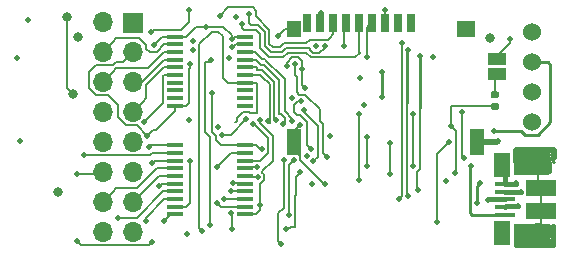
<source format=gbr>
G04 #@! TF.GenerationSoftware,KiCad,Pcbnew,5.1.5+dfsg1-2build2*
G04 #@! TF.CreationDate,2021-11-14T16:11:09+00:00*
G04 #@! TF.ProjectId,picopak,7069636f-7061-46b2-9e6b-696361645f70,rev?*
G04 #@! TF.SameCoordinates,Original*
G04 #@! TF.FileFunction,Copper,L1,Top*
G04 #@! TF.FilePolarity,Positive*
%FSLAX46Y46*%
G04 Gerber Fmt 4.6, Leading zero omitted, Abs format (unit mm)*
G04 Created by KiCad (PCBNEW 5.1.5+dfsg1-2build2) date 2021-11-14 16:11:09*
%MOMM*%
%LPD*%
G04 APERTURE LIST*
%ADD10C,0.100000*%
%ADD11R,1.500000X1.000000*%
%ADD12R,1.450000X0.450000*%
%ADD13C,1.524000*%
%ADD14R,1.200000X2.200000*%
%ADD15R,1.600000X1.400000*%
%ADD16R,1.200000X1.400000*%
%ADD17R,0.700000X1.600000*%
%ADD18R,1.700000X1.700000*%
%ADD19O,1.700000X1.700000*%
%ADD20O,1.450000X1.050000*%
%ADD21R,0.700000X1.825000*%
%ADD22R,1.460000X2.000000*%
%ADD23R,1.750000X0.400000*%
%ADD24O,1.800000X1.300000*%
%ADD25R,2.500000X1.425000*%
%ADD26C,0.500000*%
%ADD27C,0.800000*%
%ADD28C,0.400000*%
%ADD29C,0.200000*%
%ADD30C,0.500000*%
%ADD31C,0.250000*%
G04 APERTURE END LIST*
G04 #@! TA.AperFunction,SMDPad,CuDef*
D10*
G36*
X203886958Y-76520710D02*
G01*
X203901276Y-76522834D01*
X203915317Y-76526351D01*
X203928946Y-76531228D01*
X203942031Y-76537417D01*
X203954447Y-76544858D01*
X203966073Y-76553481D01*
X203976798Y-76563202D01*
X203986519Y-76573927D01*
X203995142Y-76585553D01*
X204002583Y-76597969D01*
X204008772Y-76611054D01*
X204013649Y-76624683D01*
X204017166Y-76638724D01*
X204019290Y-76653042D01*
X204020000Y-76667500D01*
X204020000Y-76962500D01*
X204019290Y-76976958D01*
X204017166Y-76991276D01*
X204013649Y-77005317D01*
X204008772Y-77018946D01*
X204002583Y-77032031D01*
X203995142Y-77044447D01*
X203986519Y-77056073D01*
X203976798Y-77066798D01*
X203966073Y-77076519D01*
X203954447Y-77085142D01*
X203942031Y-77092583D01*
X203928946Y-77098772D01*
X203915317Y-77103649D01*
X203901276Y-77107166D01*
X203886958Y-77109290D01*
X203872500Y-77110000D01*
X203527500Y-77110000D01*
X203513042Y-77109290D01*
X203498724Y-77107166D01*
X203484683Y-77103649D01*
X203471054Y-77098772D01*
X203457969Y-77092583D01*
X203445553Y-77085142D01*
X203433927Y-77076519D01*
X203423202Y-77066798D01*
X203413481Y-77056073D01*
X203404858Y-77044447D01*
X203397417Y-77032031D01*
X203391228Y-77018946D01*
X203386351Y-77005317D01*
X203382834Y-76991276D01*
X203380710Y-76976958D01*
X203380000Y-76962500D01*
X203380000Y-76667500D01*
X203380710Y-76653042D01*
X203382834Y-76638724D01*
X203386351Y-76624683D01*
X203391228Y-76611054D01*
X203397417Y-76597969D01*
X203404858Y-76585553D01*
X203413481Y-76573927D01*
X203423202Y-76563202D01*
X203433927Y-76553481D01*
X203445553Y-76544858D01*
X203457969Y-76537417D01*
X203471054Y-76531228D01*
X203484683Y-76526351D01*
X203498724Y-76522834D01*
X203513042Y-76520710D01*
X203527500Y-76520000D01*
X203872500Y-76520000D01*
X203886958Y-76520710D01*
G37*
G04 #@! TD.AperFunction*
G04 #@! TA.AperFunction,SMDPad,CuDef*
G36*
X203886958Y-77490710D02*
G01*
X203901276Y-77492834D01*
X203915317Y-77496351D01*
X203928946Y-77501228D01*
X203942031Y-77507417D01*
X203954447Y-77514858D01*
X203966073Y-77523481D01*
X203976798Y-77533202D01*
X203986519Y-77543927D01*
X203995142Y-77555553D01*
X204002583Y-77567969D01*
X204008772Y-77581054D01*
X204013649Y-77594683D01*
X204017166Y-77608724D01*
X204019290Y-77623042D01*
X204020000Y-77637500D01*
X204020000Y-77932500D01*
X204019290Y-77946958D01*
X204017166Y-77961276D01*
X204013649Y-77975317D01*
X204008772Y-77988946D01*
X204002583Y-78002031D01*
X203995142Y-78014447D01*
X203986519Y-78026073D01*
X203976798Y-78036798D01*
X203966073Y-78046519D01*
X203954447Y-78055142D01*
X203942031Y-78062583D01*
X203928946Y-78068772D01*
X203915317Y-78073649D01*
X203901276Y-78077166D01*
X203886958Y-78079290D01*
X203872500Y-78080000D01*
X203527500Y-78080000D01*
X203513042Y-78079290D01*
X203498724Y-78077166D01*
X203484683Y-78073649D01*
X203471054Y-78068772D01*
X203457969Y-78062583D01*
X203445553Y-78055142D01*
X203433927Y-78046519D01*
X203423202Y-78036798D01*
X203413481Y-78026073D01*
X203404858Y-78014447D01*
X203397417Y-78002031D01*
X203391228Y-77988946D01*
X203386351Y-77975317D01*
X203382834Y-77961276D01*
X203380710Y-77946958D01*
X203380000Y-77932500D01*
X203380000Y-77637500D01*
X203380710Y-77623042D01*
X203382834Y-77608724D01*
X203386351Y-77594683D01*
X203391228Y-77581054D01*
X203397417Y-77567969D01*
X203404858Y-77555553D01*
X203413481Y-77543927D01*
X203423202Y-77533202D01*
X203433927Y-77523481D01*
X203445553Y-77514858D01*
X203457969Y-77507417D01*
X203471054Y-77501228D01*
X203484683Y-77496351D01*
X203498724Y-77492834D01*
X203513042Y-77490710D01*
X203527500Y-77490000D01*
X203872500Y-77490000D01*
X203886958Y-77490710D01*
G37*
G04 #@! TD.AperFunction*
D11*
X203900000Y-75074999D03*
X203900000Y-73774999D03*
D12*
X182550000Y-71875000D03*
X182550000Y-72525000D03*
X182550000Y-73175000D03*
X182550000Y-73825000D03*
X182550000Y-74475000D03*
X182550000Y-75125000D03*
X182550000Y-75775000D03*
X182550000Y-76425000D03*
X182550000Y-77075000D03*
X182550000Y-77725000D03*
X176650000Y-77725000D03*
X176650000Y-77075000D03*
X176650000Y-76425000D03*
X176650000Y-75775000D03*
X176650000Y-75125000D03*
X176650000Y-74475000D03*
X176650000Y-73825000D03*
X176650000Y-73175000D03*
X176650000Y-72525000D03*
X176650000Y-71875000D03*
D13*
X206800000Y-79145000D03*
X206800000Y-76605000D03*
X206800000Y-74065000D03*
X206800000Y-71525000D03*
D14*
X202150000Y-80800000D03*
X186650000Y-80800000D03*
D15*
X201250000Y-71200000D03*
D16*
X186650000Y-71200000D03*
D17*
X187800000Y-70700000D03*
X190000000Y-70700000D03*
X188900000Y-70700000D03*
X191100000Y-70700000D03*
X192200000Y-70700000D03*
X193300000Y-70700000D03*
X196600000Y-70700000D03*
X195500000Y-70700000D03*
X194400000Y-70700000D03*
D18*
X173050000Y-70700000D03*
D19*
X170510000Y-70620000D03*
X173050000Y-73160000D03*
X170510000Y-73160000D03*
X173050000Y-75700000D03*
X170510000Y-75700000D03*
X173050000Y-78240000D03*
X170510000Y-78240000D03*
X173050000Y-80780000D03*
X170510000Y-80780000D03*
X173050000Y-83320000D03*
X170510000Y-83320000D03*
X173050000Y-85860000D03*
X170510000Y-85860000D03*
X173050000Y-88400000D03*
X170510000Y-88400000D03*
D12*
X182550000Y-81075000D03*
X182550000Y-81725000D03*
X182550000Y-82375000D03*
X182550000Y-83025000D03*
X182550000Y-83675000D03*
X182550000Y-84325000D03*
X182550000Y-84975000D03*
X182550000Y-85625000D03*
X182550000Y-86275000D03*
X182550000Y-86925000D03*
X176650000Y-86925000D03*
X176650000Y-86275000D03*
X176650000Y-85625000D03*
X176650000Y-84975000D03*
X176650000Y-84325000D03*
X176650000Y-83675000D03*
X176650000Y-83025000D03*
X176650000Y-82375000D03*
X176650000Y-81725000D03*
X176650000Y-81075000D03*
D20*
X204320000Y-83225000D03*
D21*
X205650000Y-82662500D03*
G04 #@! TA.AperFunction,SMDPad,CuDef*
D10*
G36*
X208202917Y-82276853D02*
G01*
X208240271Y-82282394D01*
X208276902Y-82291569D01*
X208312457Y-82304291D01*
X208346593Y-82320437D01*
X208378983Y-82339850D01*
X208409315Y-82362346D01*
X208437295Y-82387705D01*
X208462654Y-82415685D01*
X208485150Y-82446017D01*
X208504563Y-82478407D01*
X208520709Y-82512543D01*
X208533431Y-82548098D01*
X208542606Y-82584729D01*
X208548147Y-82622083D01*
X208550000Y-82659800D01*
X208550000Y-83190200D01*
X208548147Y-83227917D01*
X208542606Y-83265271D01*
X208533431Y-83301902D01*
X208520709Y-83337457D01*
X208504563Y-83371593D01*
X208485150Y-83403983D01*
X208462654Y-83434315D01*
X208437295Y-83462295D01*
X208409315Y-83487654D01*
X208378983Y-83510150D01*
X208346593Y-83529563D01*
X208312457Y-83545709D01*
X208276902Y-83558431D01*
X208240271Y-83567606D01*
X208202917Y-83573147D01*
X208165200Y-83575000D01*
X205684800Y-83575000D01*
X205647083Y-83573147D01*
X205609729Y-83567606D01*
X205573098Y-83558431D01*
X205537543Y-83545709D01*
X205503407Y-83529563D01*
X205471017Y-83510150D01*
X205440685Y-83487654D01*
X205412705Y-83462295D01*
X205387346Y-83434315D01*
X205364850Y-83403983D01*
X205345437Y-83371593D01*
X205329291Y-83337457D01*
X205316569Y-83301902D01*
X205307394Y-83265271D01*
X205301853Y-83227917D01*
X205300000Y-83190200D01*
X205300000Y-82659800D01*
X205301853Y-82622083D01*
X205307394Y-82584729D01*
X205316569Y-82548098D01*
X205329291Y-82512543D01*
X205345437Y-82478407D01*
X205364850Y-82446017D01*
X205387346Y-82415685D01*
X205412705Y-82387705D01*
X205440685Y-82362346D01*
X205471017Y-82339850D01*
X205503407Y-82320437D01*
X205537543Y-82304291D01*
X205573098Y-82291569D01*
X205609729Y-82282394D01*
X205647083Y-82276853D01*
X205684800Y-82275000D01*
X208165200Y-82275000D01*
X208202917Y-82276853D01*
G37*
G04 #@! TD.AperFunction*
G04 #@! TA.AperFunction,SMDPad,CuDef*
G36*
X208202917Y-87726853D02*
G01*
X208240271Y-87732394D01*
X208276902Y-87741569D01*
X208312457Y-87754291D01*
X208346593Y-87770437D01*
X208378983Y-87789850D01*
X208409315Y-87812346D01*
X208437295Y-87837705D01*
X208462654Y-87865685D01*
X208485150Y-87896017D01*
X208504563Y-87928407D01*
X208520709Y-87962543D01*
X208533431Y-87998098D01*
X208542606Y-88034729D01*
X208548147Y-88072083D01*
X208550000Y-88109800D01*
X208550000Y-88640200D01*
X208548147Y-88677917D01*
X208542606Y-88715271D01*
X208533431Y-88751902D01*
X208520709Y-88787457D01*
X208504563Y-88821593D01*
X208485150Y-88853983D01*
X208462654Y-88884315D01*
X208437295Y-88912295D01*
X208409315Y-88937654D01*
X208378983Y-88960150D01*
X208346593Y-88979563D01*
X208312457Y-88995709D01*
X208276902Y-89008431D01*
X208240271Y-89017606D01*
X208202917Y-89023147D01*
X208165200Y-89025000D01*
X205684800Y-89025000D01*
X205647083Y-89023147D01*
X205609729Y-89017606D01*
X205573098Y-89008431D01*
X205537543Y-88995709D01*
X205503407Y-88979563D01*
X205471017Y-88960150D01*
X205440685Y-88937654D01*
X205412705Y-88912295D01*
X205387346Y-88884315D01*
X205364850Y-88853983D01*
X205345437Y-88821593D01*
X205329291Y-88787457D01*
X205316569Y-88751902D01*
X205307394Y-88715271D01*
X205301853Y-88677917D01*
X205300000Y-88640200D01*
X205300000Y-88109800D01*
X205301853Y-88072083D01*
X205307394Y-88034729D01*
X205316569Y-87998098D01*
X205329291Y-87962543D01*
X205345437Y-87928407D01*
X205364850Y-87896017D01*
X205387346Y-87865685D01*
X205412705Y-87837705D01*
X205440685Y-87812346D01*
X205471017Y-87789850D01*
X205503407Y-87770437D01*
X205537543Y-87754291D01*
X205573098Y-87741569D01*
X205609729Y-87732394D01*
X205647083Y-87726853D01*
X205684800Y-87725000D01*
X208165200Y-87725000D01*
X208202917Y-87726853D01*
G37*
G04 #@! TD.AperFunction*
D21*
X205650000Y-88637500D03*
D22*
X204320000Y-88550000D03*
X204320000Y-82750000D03*
D23*
X204525000Y-86950000D03*
X204525000Y-86300000D03*
X204525000Y-85650000D03*
X204525000Y-85000000D03*
X204525000Y-84350000D03*
D20*
X204320000Y-88075000D03*
D24*
X207350000Y-88375000D03*
X207350000Y-82925000D03*
D25*
X207600000Y-86612500D03*
X207600000Y-84687500D03*
D26*
X205900000Y-85000000D03*
X204000000Y-80700000D03*
X199600000Y-84100000D03*
X189300000Y-84400000D03*
X192300000Y-75400000D03*
X192600000Y-77700000D03*
X190900000Y-72699989D03*
X201250000Y-71200000D03*
X181400000Y-72800003D03*
X177600000Y-88625001D03*
X175691075Y-87529336D03*
X180150000Y-82900000D03*
X205000000Y-72100000D03*
X187223784Y-79329032D03*
X185300000Y-71800000D03*
X181800000Y-70200000D03*
X174249693Y-80279259D03*
X186535835Y-77083472D03*
X205500000Y-84300000D03*
X177900000Y-74200000D03*
X187600000Y-76200000D03*
X187400000Y-74600000D03*
X186100000Y-74349990D03*
X188200000Y-84400000D03*
X189700000Y-80300000D03*
X187750000Y-82023625D03*
X192900000Y-73600000D03*
X181400000Y-72100000D03*
X198500000Y-73600000D03*
X183954047Y-81430282D03*
X192900000Y-82800000D03*
X192900000Y-80345010D03*
X179726556Y-76695626D03*
D27*
X203300000Y-72000000D03*
X168400000Y-71900000D03*
D26*
X174800000Y-72600000D03*
X179250011Y-71049989D03*
X199961091Y-79461091D03*
X200300000Y-83400000D03*
X194800000Y-83500000D03*
X194804990Y-80895010D03*
X177800000Y-78900000D03*
X180267104Y-79500000D03*
X197200000Y-84850000D03*
X205623263Y-86240711D03*
X197400000Y-73500000D03*
X196350000Y-85400000D03*
X203100000Y-85700000D03*
X196350000Y-73000000D03*
X194100000Y-74900000D03*
X194100000Y-77000000D03*
X178100001Y-73000000D03*
X163200000Y-73700000D03*
X178162919Y-72280554D03*
X164170693Y-70500610D03*
X188150000Y-81391928D03*
X187292753Y-77350677D03*
X188318185Y-82432487D03*
X187511597Y-78081384D03*
X192200000Y-84000000D03*
X192200000Y-78400000D03*
X196800000Y-78400000D03*
X196800000Y-82800000D03*
X198800000Y-87600000D03*
X199850010Y-80800000D03*
X179600000Y-87800000D03*
X181200001Y-73700000D03*
X179700000Y-73900000D03*
X203600000Y-79900000D03*
X186800000Y-74200000D03*
X189500000Y-82050000D03*
X200900000Y-78300000D03*
X201100000Y-82200000D03*
X182922988Y-69950000D03*
X174400000Y-81200000D03*
D27*
X168000000Y-76700000D03*
X167500000Y-70200000D03*
D26*
X177800000Y-69600000D03*
X174600000Y-71475000D03*
X189279175Y-72700014D03*
X186000000Y-88200000D03*
X181400000Y-88200000D03*
X181374998Y-86825000D03*
X187200000Y-83385998D03*
X186650000Y-82350002D03*
X186250000Y-87000001D03*
X195800000Y-72400000D03*
X195600000Y-85600000D03*
X196600000Y-70700000D03*
X189000000Y-69900000D03*
X182300000Y-70800000D03*
X186564080Y-79000000D03*
X185781332Y-79315290D03*
X185190616Y-78939714D03*
X184495725Y-79024135D03*
X178900000Y-88325000D03*
X185600000Y-89425000D03*
X185831067Y-82302913D03*
X174007124Y-79125157D03*
X183203215Y-79302710D03*
X183547115Y-82958407D03*
X183605663Y-83794773D03*
X181554999Y-84260001D03*
X181361872Y-84932835D03*
X180800000Y-85600000D03*
X182668011Y-78851535D03*
X180612490Y-80200000D03*
X180193780Y-85950000D03*
X183840711Y-86175000D03*
X183800985Y-78938466D03*
X177900000Y-82400000D03*
X174150000Y-87500000D03*
X171800000Y-87200000D03*
X175300000Y-84500000D03*
X174700000Y-89300000D03*
X168300000Y-89200000D03*
X168300000Y-83500000D03*
X174700000Y-82600000D03*
X168900000Y-81900000D03*
X180400000Y-70100000D03*
X194400000Y-69600000D03*
X195504265Y-70689337D03*
X201700000Y-82800000D03*
X188579174Y-72699988D03*
X163500000Y-80700000D03*
X202200000Y-86000000D03*
X202400000Y-84300000D03*
D27*
X166700000Y-85000000D03*
D28*
X204525000Y-85000000D02*
X205900000Y-85000000D01*
D29*
X207600000Y-87700000D02*
X206925000Y-88375000D01*
X207600000Y-86612500D02*
X207600000Y-87700000D01*
X207350000Y-84437500D02*
X207600000Y-84687500D01*
X207350000Y-82925000D02*
X207350000Y-84437500D01*
X207600000Y-84687500D02*
X207600000Y-86612500D01*
D30*
X203900000Y-80800000D02*
X204000000Y-80700000D01*
X202150000Y-80800000D02*
X203900000Y-80800000D01*
D29*
X190900000Y-70900000D02*
X191100000Y-70700000D01*
X190900000Y-72699989D02*
X190900000Y-70900000D01*
X181513999Y-72800003D02*
X181400000Y-72800003D01*
X181789002Y-72525000D02*
X181513999Y-72800003D01*
X182550000Y-72525000D02*
X181789002Y-72525000D01*
X176295411Y-86925000D02*
X175691075Y-87529336D01*
X176650000Y-86925000D02*
X176295411Y-86925000D01*
X181325000Y-81725000D02*
X182550000Y-81725000D01*
X180150000Y-82900000D02*
X181325000Y-81725000D01*
X186650000Y-79902816D02*
X187223784Y-79329032D01*
X186650000Y-80800000D02*
X186650000Y-79902816D01*
X185900000Y-71200000D02*
X185300000Y-71800000D01*
X186650000Y-71200000D02*
X185900000Y-71200000D01*
X176650000Y-78150000D02*
X175000000Y-79800000D01*
X176650000Y-77725000D02*
X176650000Y-78150000D01*
X172507998Y-79400000D02*
X171800000Y-78692002D01*
X173372002Y-79400000D02*
X172507998Y-79400000D01*
X174249693Y-80277691D02*
X173372002Y-79400000D01*
X174249693Y-80279259D02*
X174249693Y-80277691D01*
X172200001Y-74009999D02*
X173050000Y-73160000D01*
X171334300Y-74310001D02*
X171634302Y-74009999D01*
X169957999Y-74310001D02*
X171334300Y-74310001D01*
X169359999Y-74908001D02*
X169957999Y-74310001D01*
X169359999Y-76252001D02*
X169359999Y-74908001D01*
X169957999Y-76850001D02*
X169359999Y-76252001D01*
X171634302Y-74009999D02*
X172200001Y-74009999D01*
X170950001Y-76850001D02*
X169957999Y-76850001D01*
X171800000Y-77700000D02*
X170950001Y-76850001D01*
X171800000Y-78692002D02*
X171800000Y-77700000D01*
X189050001Y-84150001D02*
X189300000Y-84400000D01*
X187199999Y-82299999D02*
X189050001Y-84150001D01*
X187199999Y-81999999D02*
X187199999Y-82299999D01*
X186650000Y-81450000D02*
X187199999Y-81999999D01*
X186650000Y-80800000D02*
X186650000Y-81450000D01*
X174728952Y-79800000D02*
X174249693Y-80279259D01*
X175000000Y-79800000D02*
X174728952Y-79800000D01*
D31*
X206000000Y-89300000D02*
X206000000Y-89500000D01*
X207500000Y-89300000D02*
X206000000Y-89300000D01*
X208700000Y-89649990D02*
X205400000Y-89649990D01*
X205650000Y-88637500D02*
X205650000Y-88750000D01*
X208700000Y-89500000D02*
X208700000Y-89649990D01*
X208400000Y-89100000D02*
X208400000Y-89300000D01*
X208500000Y-89500000D02*
X208500000Y-88100000D01*
X206000000Y-89100000D02*
X208300000Y-89100000D01*
X208500000Y-88100000D02*
X208500000Y-87800000D01*
X206000000Y-89500000D02*
X208400000Y-89500000D01*
X205650000Y-88750000D02*
X206000000Y-89100000D01*
X208500000Y-87800000D02*
X208700000Y-87800000D01*
X208700000Y-87800000D02*
X208700000Y-89500000D01*
X208400000Y-89300000D02*
X207500000Y-89300000D01*
X208300000Y-89100000D02*
X208400000Y-89100000D01*
X208400000Y-89500000D02*
X208500000Y-89500000D01*
X206850000Y-82200000D02*
X206800000Y-82200000D01*
X206100000Y-82300000D02*
X206100000Y-82100000D01*
X206925000Y-82275000D02*
X206850000Y-82200000D01*
X206800000Y-82200000D02*
X206700000Y-82300000D01*
X206925000Y-82925000D02*
X206925000Y-82275000D01*
X206700000Y-82300000D02*
X206100000Y-82300000D01*
X206100000Y-82100000D02*
X208200000Y-82100000D01*
X208200000Y-82100000D02*
X208300000Y-82200000D01*
X208300000Y-82200000D02*
X208200000Y-82200000D01*
X208300000Y-82200000D02*
X208700000Y-82200000D01*
X208700000Y-82500000D02*
X208500000Y-82300000D01*
D30*
X208700000Y-81500000D02*
X205500000Y-81500000D01*
X205500000Y-82512500D02*
X205650000Y-82662500D01*
X205500000Y-81500000D02*
X205500000Y-82512500D01*
X208700000Y-82200000D02*
X208700000Y-81900000D01*
X208700000Y-81900000D02*
X208700000Y-81500000D01*
X208200000Y-81900000D02*
X206100000Y-81900000D01*
D28*
X204525000Y-83430000D02*
X204320000Y-83225000D01*
X204525000Y-84350000D02*
X204525000Y-83430000D01*
X205450000Y-84350000D02*
X205500000Y-84300000D01*
X204525000Y-84350000D02*
X205450000Y-84350000D01*
D29*
X177900000Y-74553553D02*
X177800000Y-74653553D01*
X177900000Y-74200000D02*
X177900000Y-74553553D01*
X177575000Y-77725000D02*
X176650000Y-77725000D01*
X177800000Y-77500000D02*
X177575000Y-77725000D01*
X177800000Y-74653553D02*
X177800000Y-77500000D01*
X205000000Y-72400000D02*
X205000000Y-72100000D01*
X203625001Y-73774999D02*
X205000000Y-72400000D01*
X187400000Y-76000000D02*
X187600000Y-76200000D01*
X187400000Y-74600000D02*
X187400000Y-76000000D01*
X187350001Y-74550001D02*
X187400000Y-74600000D01*
X187350001Y-73935999D02*
X187350001Y-74550001D01*
X187064001Y-73649999D02*
X187350001Y-73935999D01*
X186535999Y-73649999D02*
X187064001Y-73649999D01*
X186100000Y-74085998D02*
X186535999Y-73649999D01*
X186100000Y-74349990D02*
X186100000Y-74085998D01*
X192900000Y-71100000D02*
X193300000Y-70700000D01*
X192900000Y-73600000D02*
X192900000Y-71100000D01*
X181625000Y-71875000D02*
X181400000Y-72100000D01*
X182550000Y-71875000D02*
X181625000Y-71875000D01*
X183474304Y-81075000D02*
X182550000Y-81075000D01*
X183829586Y-81430282D02*
X183474304Y-81075000D01*
X183954047Y-81430282D02*
X183829586Y-81430282D01*
X178400011Y-71049989D02*
X177575000Y-71875000D01*
X180703542Y-71049989D02*
X179250011Y-71049989D01*
X181400000Y-71746447D02*
X180703542Y-71049989D01*
X177575000Y-71875000D02*
X176650000Y-71875000D01*
X181400000Y-72100000D02*
X181400000Y-71746447D01*
X180475000Y-81075000D02*
X182550000Y-81075000D01*
X180062489Y-80295279D02*
X180062489Y-80662489D01*
X180062489Y-80662489D02*
X180475000Y-81075000D01*
X179717104Y-79949894D02*
X180062489Y-80295279D01*
X179717104Y-76695627D02*
X179717104Y-79949894D01*
X192900000Y-82800000D02*
X192900000Y-82446447D01*
X192900000Y-82446447D02*
X192900000Y-80345010D01*
X175525000Y-71875000D02*
X174800000Y-72600000D01*
X176650000Y-71875000D02*
X175525000Y-71875000D01*
X179250011Y-71049989D02*
X178400011Y-71049989D01*
X200400011Y-83299989D02*
X200300000Y-83400000D01*
X200400011Y-79900011D02*
X200400011Y-83299989D01*
X199961091Y-79461091D02*
X200400011Y-79900011D01*
X194800000Y-80900000D02*
X194804990Y-80895010D01*
X194800000Y-83500000D02*
X194800000Y-80900000D01*
X199900000Y-79400000D02*
X199961091Y-79461091D01*
X199961091Y-79461091D02*
X199961091Y-77738909D01*
X203380000Y-77785000D02*
X203700000Y-77785000D01*
X203333909Y-77738909D02*
X203380000Y-77785000D01*
X199961091Y-77738909D02*
X203333909Y-77738909D01*
X197350001Y-77925814D02*
X197350001Y-78664001D01*
X197350001Y-83064001D02*
X197064001Y-83350001D01*
X197350001Y-78664001D02*
X197350001Y-83064001D01*
X197064001Y-84714001D02*
X197200000Y-84850000D01*
X197064001Y-83350001D02*
X197064001Y-84714001D01*
X204584289Y-86240711D02*
X204525000Y-86300000D01*
X205623263Y-86240711D02*
X204584289Y-86240711D01*
D28*
X204631421Y-86250001D02*
X205623263Y-86250001D01*
X204581422Y-86300000D02*
X204631421Y-86250001D01*
X204525000Y-86300000D02*
X204581422Y-86300000D01*
D31*
X197350001Y-73549999D02*
X197400000Y-73500000D01*
X197350001Y-77925814D02*
X197350001Y-73549999D01*
D29*
X196249999Y-85299999D02*
X196350000Y-85400000D01*
X196249999Y-77503554D02*
X196249999Y-85299999D01*
D28*
X204525000Y-85650000D02*
X203250000Y-85650000D01*
D31*
X196249999Y-73100001D02*
X196350000Y-73000000D01*
X196249999Y-77503554D02*
X196249999Y-73100001D01*
X194100000Y-74900000D02*
X194100000Y-77000000D01*
D29*
X186686476Y-78262210D02*
X186972476Y-78548210D01*
X186686476Y-77710649D02*
X186686476Y-78262210D01*
X187046447Y-77350678D02*
X186686476Y-77710649D01*
X186972476Y-78548210D02*
X187220780Y-78548210D01*
X187220780Y-78548210D02*
X187800000Y-79127430D01*
X187800000Y-79127430D02*
X187800000Y-79400000D01*
X187800000Y-81041928D02*
X188150000Y-81391928D01*
X187800000Y-79400000D02*
X187800000Y-81041928D01*
X188700001Y-82050671D02*
X188318185Y-82432487D01*
X188700001Y-79461733D02*
X188700001Y-82050671D01*
X187511597Y-78273329D02*
X187511597Y-78081384D01*
X188700001Y-79461733D02*
X187511597Y-78273329D01*
X192200000Y-79000000D02*
X192200000Y-84000000D01*
X192200000Y-78400000D02*
X192200000Y-79000000D01*
X196800000Y-78400000D02*
X196800000Y-82800000D01*
X198800000Y-87600000D02*
X198800000Y-87246447D01*
X198800000Y-81850010D02*
X199850010Y-80800000D01*
X198800000Y-87246447D02*
X198800000Y-81850010D01*
X179167104Y-79965592D02*
X179600000Y-80398488D01*
X179600000Y-80398488D02*
X179600000Y-87800000D01*
X179167104Y-74007898D02*
X179167104Y-79965592D01*
X179592102Y-74007898D02*
X179167104Y-74007898D01*
X179700000Y-73900000D02*
X179592102Y-74007898D01*
D31*
X208165000Y-74065000D02*
X206800000Y-74065000D01*
X208400000Y-74300000D02*
X208165000Y-74065000D01*
X208400000Y-79153762D02*
X208400000Y-74300000D01*
X207321761Y-80232001D02*
X208400000Y-79153762D01*
X205946238Y-79900000D02*
X206278239Y-80232001D01*
X206278239Y-80232001D02*
X207321761Y-80232001D01*
X203600000Y-79900000D02*
X205946238Y-79900000D01*
D29*
X187664001Y-76800677D02*
X188900001Y-78036677D01*
X187135999Y-76800677D02*
X187664001Y-76800677D01*
X186936685Y-76601363D02*
X187135999Y-76800677D01*
X186936685Y-75298683D02*
X186936685Y-76601363D01*
X186800000Y-75161998D02*
X186936685Y-75298683D01*
X186800000Y-74200000D02*
X186800000Y-75161998D01*
X188900001Y-78036677D02*
X188900001Y-78999999D01*
X189149999Y-81699999D02*
X189500000Y-82050000D01*
X189149999Y-79249997D02*
X189149999Y-81699999D01*
X188900001Y-78999999D02*
X189149999Y-79249997D01*
X200900000Y-82000000D02*
X201100000Y-82200000D01*
X200900000Y-78300000D02*
X200900000Y-82000000D01*
X174400000Y-81200000D02*
X174525000Y-81075000D01*
X174525000Y-81075000D02*
X176650000Y-81075000D01*
X182922988Y-70760864D02*
X182922988Y-69950000D01*
X183630700Y-70900000D02*
X183062124Y-70900000D01*
X184200010Y-72671518D02*
X184200009Y-71469309D01*
X184728492Y-73200000D02*
X184200010Y-72671518D01*
X185634301Y-73200000D02*
X184728492Y-73200000D01*
X185984322Y-72849979D02*
X185634301Y-73200000D01*
X188050021Y-72849979D02*
X185984322Y-72849979D01*
X183062124Y-70900000D02*
X182922988Y-70760864D01*
X184200009Y-71469309D02*
X183630700Y-70900000D01*
X167500000Y-76200000D02*
X167500000Y-70200000D01*
X168000000Y-76700000D02*
X167500000Y-76200000D01*
X177134623Y-71325010D02*
X175574990Y-71325010D01*
X177800000Y-70659633D02*
X177134623Y-71325010D01*
X177800000Y-69600000D02*
X177800000Y-70659633D01*
X174749990Y-71325010D02*
X174600000Y-71475000D01*
X175574990Y-71325010D02*
X174749990Y-71325010D01*
X188050021Y-72984837D02*
X188050021Y-72849979D01*
X188315173Y-73249989D02*
X188050021Y-72984837D01*
X188843175Y-73249989D02*
X188315173Y-73249989D01*
X189279175Y-72813989D02*
X188843175Y-73249989D01*
X189279175Y-72700014D02*
X189279175Y-72813989D01*
X186849999Y-83735999D02*
X186849999Y-85249999D01*
X187000000Y-83585998D02*
X186849999Y-83735999D01*
X187000000Y-83553553D02*
X187000000Y-83585998D01*
X186800000Y-85299998D02*
X186800000Y-88000000D01*
X186849999Y-85249999D02*
X186800000Y-85299998D01*
X186800000Y-88000000D02*
X186400000Y-88000000D01*
X186200000Y-88200000D02*
X186000000Y-88200000D01*
X186400000Y-88000000D02*
X186200000Y-88200000D01*
X181400000Y-86850002D02*
X181374998Y-86825000D01*
X181400000Y-88200000D02*
X181400000Y-86850002D01*
X187000000Y-83585998D02*
X187200000Y-83385998D01*
X186250000Y-82750002D02*
X186250000Y-87000001D01*
X186650000Y-82350002D02*
X186250000Y-82750002D01*
X195800000Y-85400000D02*
X195600000Y-85600000D01*
X195800000Y-72400000D02*
X195800000Y-85400000D01*
X183515001Y-71349999D02*
X183800000Y-71634998D01*
X182496446Y-71349999D02*
X183515001Y-71349999D01*
X182300000Y-71153553D02*
X182496446Y-71349999D01*
X182300000Y-70800000D02*
X182300000Y-71153553D01*
X183800000Y-71634998D02*
X183800000Y-72837206D01*
X184562794Y-73600000D02*
X185800000Y-73600000D01*
X183800000Y-72837206D02*
X184562794Y-73600000D01*
X185800000Y-73600000D02*
X186150011Y-73249989D01*
X192200000Y-73199978D02*
X192200000Y-70700000D01*
X192250011Y-73249989D02*
X192200000Y-73199978D01*
X191850001Y-73649999D02*
X192250011Y-73249989D01*
X188149484Y-73649999D02*
X191850001Y-73649999D01*
X187749474Y-73249989D02*
X188149484Y-73649999D01*
X186150011Y-73249989D02*
X187749474Y-73249989D01*
X183975011Y-73759312D02*
X183975011Y-73809313D01*
X183390699Y-73175000D02*
X183975011Y-73759312D01*
X182550000Y-73175000D02*
X183390699Y-73175000D01*
X183975011Y-73809313D02*
X184206409Y-73809313D01*
X184206409Y-73809313D02*
X184322068Y-73924972D01*
X184322068Y-73924972D02*
X185648548Y-75251452D01*
X185648548Y-75251452D02*
X185900000Y-75502904D01*
X185900000Y-75502904D02*
X185900000Y-78200000D01*
X186564080Y-78864080D02*
X186564080Y-79178640D01*
X185900000Y-78200000D02*
X186564080Y-78864080D01*
X183575001Y-73975001D02*
X183575001Y-73925001D01*
X183924980Y-74324980D02*
X183575001Y-73975001D01*
X184156378Y-74324980D02*
X183924980Y-74324980D01*
X183475000Y-73825000D02*
X182550000Y-73825000D01*
X185426121Y-75594723D02*
X184156378Y-74324980D01*
X183575001Y-73925001D02*
X183475000Y-73825000D01*
X185426121Y-78426121D02*
X185426121Y-75594723D01*
X185460458Y-78460458D02*
X185426121Y-78426121D01*
X185900000Y-78800311D02*
X185560147Y-78460458D01*
X185900000Y-79196622D02*
X185900000Y-78800311D01*
X185560147Y-78460458D02*
X185460458Y-78460458D01*
X185781332Y-79315290D02*
X185900000Y-79196622D01*
X183475000Y-74475000D02*
X183575001Y-74575001D01*
X182550000Y-74475000D02*
X183475000Y-74475000D01*
X183990689Y-74724990D02*
X185026111Y-75760412D01*
X183624990Y-74724990D02*
X183990689Y-74724990D01*
X183575001Y-74675001D02*
X183624990Y-74724990D01*
X183575001Y-74575001D02*
X183575001Y-74675001D01*
X185026111Y-75760412D02*
X185026111Y-77526111D01*
X185026111Y-77526111D02*
X185026111Y-78800000D01*
X185085687Y-78800000D02*
X185296146Y-79010459D01*
X185026111Y-78800000D02*
X185085687Y-78800000D01*
X182550000Y-75125000D02*
X183825000Y-75125000D01*
X183825000Y-75125000D02*
X184000000Y-75300000D01*
X184626101Y-75926101D02*
X184626101Y-79213050D01*
X184000000Y-75300000D02*
X184626101Y-75926101D01*
X183575001Y-78324999D02*
X183550001Y-78349999D01*
X183575001Y-75875001D02*
X183575001Y-78324999D01*
X183475000Y-75775000D02*
X183575001Y-75875001D01*
X182550000Y-75775000D02*
X183475000Y-75775000D01*
X181900000Y-78805544D02*
X181900000Y-79000000D01*
X182404010Y-78301534D02*
X181900000Y-78805544D01*
X182932012Y-78301534D02*
X182404010Y-78301534D01*
X182980477Y-78349999D02*
X182932012Y-78301534D01*
X183550001Y-78349999D02*
X182980477Y-78349999D01*
X181800000Y-79100000D02*
X181700000Y-79100000D01*
X181900000Y-79000000D02*
X181800000Y-79100000D01*
X178674999Y-88099999D02*
X178900000Y-88325000D01*
X180264001Y-71449999D02*
X179735999Y-71449999D01*
X180650001Y-71835999D02*
X180650001Y-75350001D01*
X180264001Y-71449999D02*
X180650001Y-71835999D01*
X181075000Y-75775000D02*
X182550000Y-75775000D01*
X180650001Y-75350001D02*
X181075000Y-75775000D01*
X178650001Y-88075001D02*
X178900000Y-88325000D01*
X178650001Y-72535997D02*
X178650001Y-88075001D01*
X179735999Y-71449999D02*
X178650001Y-72535997D01*
X185831067Y-86357935D02*
X185831067Y-82302913D01*
X185350001Y-86839001D02*
X185831067Y-86357935D01*
X185350001Y-89175001D02*
X185350001Y-86839001D01*
X185600000Y-89425000D02*
X185350001Y-89175001D01*
X175624999Y-77507282D02*
X174007124Y-79125157D01*
X175624999Y-75225001D02*
X175624999Y-77507282D01*
X175725000Y-75125000D02*
X175624999Y-75225001D01*
X176650000Y-75125000D02*
X175725000Y-75125000D01*
X173899999Y-77390001D02*
X173050000Y-78240000D01*
X174200001Y-75999999D02*
X174200001Y-77089999D01*
X174200001Y-77089999D02*
X173899999Y-77390001D01*
X175725000Y-74475000D02*
X174200001Y-75999999D01*
X176650000Y-74475000D02*
X175725000Y-74475000D01*
X173850000Y-75700000D02*
X173050000Y-75700000D01*
X175725000Y-73825000D02*
X173850000Y-75700000D01*
X176650000Y-73825000D02*
X175725000Y-73825000D01*
X171359999Y-74850001D02*
X170510000Y-75700000D01*
X171660001Y-74549999D02*
X171359999Y-74850001D01*
X174350001Y-74549999D02*
X171660001Y-74549999D01*
X175725000Y-73175000D02*
X174350001Y-74549999D01*
X176650000Y-73175000D02*
X175725000Y-73175000D01*
X171660001Y-72009999D02*
X171359999Y-72310001D01*
X173602001Y-72009999D02*
X171660001Y-72009999D01*
X174200001Y-72607999D02*
X173602001Y-72009999D01*
X174200001Y-72900001D02*
X174200001Y-72607999D01*
X174500000Y-73200000D02*
X174200001Y-72900001D01*
X175050000Y-73200000D02*
X174500000Y-73200000D01*
X171359999Y-72310001D02*
X170510000Y-73160000D01*
X175725000Y-72525000D02*
X175050000Y-73200000D01*
X176650000Y-72525000D02*
X175725000Y-72525000D01*
X183475000Y-82375000D02*
X182550000Y-82375000D01*
X183823331Y-82375000D02*
X183475000Y-82375000D01*
X184504048Y-81694283D02*
X183823331Y-82375000D01*
X184504048Y-80504048D02*
X184504048Y-81694283D01*
X183300000Y-79300000D02*
X184504048Y-80504048D01*
X182616593Y-82958407D02*
X182550000Y-83025000D01*
X183547115Y-82958407D02*
X182616593Y-82958407D01*
X182669773Y-83794773D02*
X182550000Y-83675000D01*
X183605663Y-83794773D02*
X182669773Y-83794773D01*
X182485001Y-84260001D02*
X182550000Y-84325000D01*
X181554999Y-84260001D02*
X182485001Y-84260001D01*
X182507835Y-84932835D02*
X182550000Y-84975000D01*
X181361872Y-84932835D02*
X182507835Y-84932835D01*
X182525000Y-85600000D02*
X182550000Y-85625000D01*
X180800000Y-85600000D02*
X182525000Y-85600000D01*
X181319546Y-80200000D02*
X180612490Y-80200000D01*
X182668011Y-78851535D02*
X181319546Y-80200000D01*
X180193780Y-85950000D02*
X180518780Y-86275000D01*
X181875000Y-86275000D02*
X182550000Y-86275000D01*
X180518780Y-86275000D02*
X181875000Y-86275000D01*
X183475000Y-86925000D02*
X182550000Y-86925000D01*
X183840711Y-86559289D02*
X183475000Y-86925000D01*
X183840711Y-86175000D02*
X183840711Y-86559289D01*
X183800000Y-84400000D02*
X183840711Y-86175000D01*
X183840711Y-84459289D02*
X183800000Y-84400000D01*
X183800985Y-79235287D02*
X183800985Y-78938466D01*
X184019524Y-83300000D02*
X184904058Y-82415466D01*
X184019524Y-83394632D02*
X184019524Y-83300000D01*
X184904058Y-80338359D02*
X183800985Y-79235287D01*
X184155664Y-83530772D02*
X184019524Y-83394632D01*
X184904058Y-82415466D02*
X184904058Y-80338359D01*
X184155664Y-84044336D02*
X184155664Y-83530772D01*
X183800000Y-84400000D02*
X184155664Y-84044336D01*
X177900000Y-85950000D02*
X177900000Y-82400000D01*
X177575000Y-86275000D02*
X177900000Y-85950000D01*
X176650000Y-86275000D02*
X177575000Y-86275000D01*
X174150000Y-87200000D02*
X174150000Y-87500000D01*
X175725000Y-85625000D02*
X174150000Y-87200000D01*
X176650000Y-85625000D02*
X175725000Y-85625000D01*
X173414002Y-87200000D02*
X171800000Y-87200000D01*
X175639002Y-84975000D02*
X173414002Y-87200000D01*
X176650000Y-84975000D02*
X175639002Y-84975000D01*
X175475000Y-84325000D02*
X175300000Y-84500000D01*
X176650000Y-84325000D02*
X175475000Y-84325000D01*
X168650001Y-89550001D02*
X168300000Y-89200000D01*
X174449999Y-89550001D02*
X168650001Y-89550001D01*
X174700000Y-89300000D02*
X174449999Y-89550001D01*
X170330000Y-83500000D02*
X170510000Y-83320000D01*
X168300000Y-83500000D02*
X170330000Y-83500000D01*
X175235000Y-83675000D02*
X173050000Y-85860000D01*
X176650000Y-83675000D02*
X175235000Y-83675000D01*
X171359999Y-85010001D02*
X170510000Y-85860000D01*
X171660001Y-84709999D02*
X171359999Y-85010001D01*
X173404003Y-84709999D02*
X171660001Y-84709999D01*
X175089002Y-83025000D02*
X173404003Y-84709999D01*
X176650000Y-83025000D02*
X175089002Y-83025000D01*
X174925000Y-82375000D02*
X174700000Y-82600000D01*
X176650000Y-82375000D02*
X174925000Y-82375000D01*
X168930001Y-81930001D02*
X168900000Y-81900000D01*
X174484001Y-81930001D02*
X168930001Y-81930001D01*
X174689002Y-81725000D02*
X174484001Y-81930001D01*
X176650000Y-81725000D02*
X174689002Y-81725000D01*
X181100001Y-69399999D02*
X180400000Y-70100000D01*
X183186989Y-69399999D02*
X181100001Y-69399999D01*
X190000000Y-70700000D02*
X190000000Y-71700000D01*
X190000000Y-71700000D02*
X189700000Y-72000000D01*
X189700000Y-72000000D02*
X189699976Y-72000000D01*
X184600018Y-72500018D02*
X184600018Y-71303621D01*
X183472989Y-69685999D02*
X183186989Y-69399999D01*
X189699976Y-72000000D02*
X189549988Y-72149988D01*
X189549988Y-72149988D02*
X188035999Y-72149988D01*
X188035999Y-72149988D02*
X187736018Y-72449969D01*
X185818633Y-72449969D02*
X185468613Y-72799990D01*
X187736018Y-72449969D02*
X185818633Y-72449969D01*
X185468613Y-72799990D02*
X184899990Y-72799990D01*
X184899990Y-72799990D02*
X184600018Y-72500018D01*
X183472989Y-70176592D02*
X184600018Y-71303621D01*
X183472989Y-69685999D02*
X183472989Y-70176592D01*
X194400000Y-69600000D02*
X194400000Y-70700000D01*
X203700000Y-75274999D02*
X203900000Y-75074999D01*
X203700000Y-76815000D02*
X203700000Y-75274999D01*
D31*
X204525000Y-86950000D02*
X201750000Y-86950000D01*
X201624999Y-82875001D02*
X201700000Y-82800000D01*
X201624999Y-86824999D02*
X201624999Y-82875001D01*
X201750000Y-86950000D02*
X201624999Y-86824999D01*
X202200000Y-84500000D02*
X202400000Y-84300000D01*
X202200000Y-86000000D02*
X202200000Y-84500000D01*
M02*

</source>
